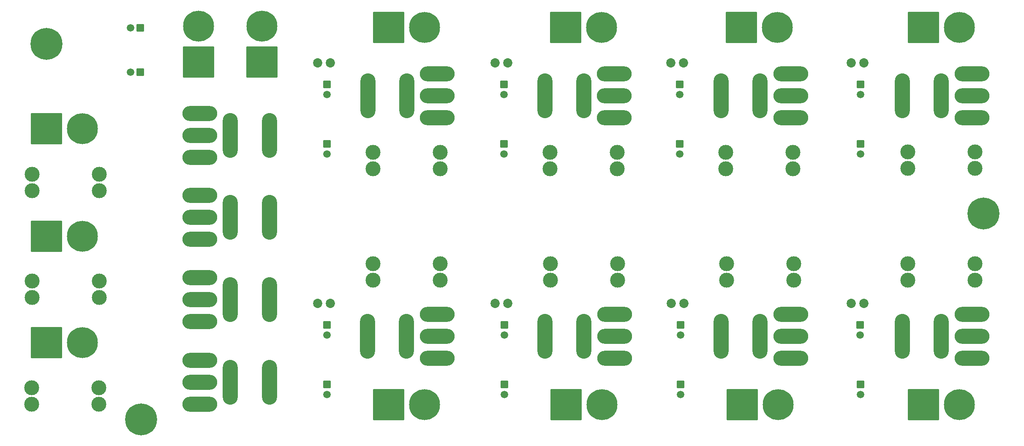
<source format=gbr>
%TF.GenerationSoftware,KiCad,Pcbnew,9.0.1*%
%TF.CreationDate,2025-06-06T18:14:51+02:00*%
%TF.ProjectId,01_Energex8PCB_v1.0,30315f45-6e65-4726-9765-78385043425f,v1.0*%
%TF.SameCoordinates,Original*%
%TF.FileFunction,Soldermask,Bot*%
%TF.FilePolarity,Negative*%
%FSLAX46Y46*%
G04 Gerber Fmt 4.6, Leading zero omitted, Abs format (unit mm)*
G04 Created by KiCad (PCBNEW 9.0.1) date 2025-06-06 18:14:51*
%MOMM*%
%LPD*%
G01*
G04 APERTURE LIST*
G04 Aperture macros list*
%AMRoundRect*
0 Rectangle with rounded corners*
0 $1 Rounding radius*
0 $2 $3 $4 $5 $6 $7 $8 $9 X,Y pos of 4 corners*
0 Add a 4 corners polygon primitive as box body*
4,1,4,$2,$3,$4,$5,$6,$7,$8,$9,$2,$3,0*
0 Add four circle primitives for the rounded corners*
1,1,$1+$1,$2,$3*
1,1,$1+$1,$4,$5*
1,1,$1+$1,$6,$7*
1,1,$1+$1,$8,$9*
0 Add four rect primitives between the rounded corners*
20,1,$1+$1,$2,$3,$4,$5,0*
20,1,$1+$1,$4,$5,$6,$7,0*
20,1,$1+$1,$6,$7,$8,$9,0*
20,1,$1+$1,$8,$9,$2,$3,0*%
G04 Aperture macros list end*
%ADD10RoundRect,0.102000X0.654000X-0.654000X0.654000X0.654000X-0.654000X0.654000X-0.654000X-0.654000X0*%
%ADD11C,1.512000*%
%ADD12C,3.000000*%
%ADD13C,6.204000*%
%ADD14RoundRect,0.102000X-3.000000X-3.000000X3.000000X-3.000000X3.000000X3.000000X-3.000000X3.000000X0*%
%ADD15O,7.000000X3.000000*%
%ADD16O,3.000000X9.000000*%
%ADD17RoundRect,0.102000X-0.654000X-0.654000X0.654000X-0.654000X0.654000X0.654000X-0.654000X0.654000X0*%
%ADD18C,1.854000*%
%ADD19RoundRect,0.102000X3.000000X-3.000000X3.000000X3.000000X-3.000000X3.000000X-3.000000X-3.000000X0*%
%ADD20C,0.800000*%
%ADD21C,6.400000*%
G04 APERTURE END LIST*
D10*
%TO.C,J37*%
X220768000Y-79016000D03*
D11*
X220768000Y-81016000D03*
%TD*%
D12*
%TO.C,F4*%
X123063000Y-80651000D03*
X123063000Y-83953000D03*
X136525000Y-80651000D03*
X136525000Y-83953000D03*
%TD*%
D13*
%TO.C,J28*%
X204260000Y-131324000D03*
D14*
X197060000Y-131324000D03*
%TD*%
D15*
%TO.C,U3*%
X88378000Y-89332000D03*
X88388000Y-98132000D03*
D16*
X102288000Y-93732000D03*
D15*
X88388000Y-93732000D03*
D16*
X94488000Y-93732000D03*
%TD*%
D13*
%TO.C,J25*%
X168954000Y-131324000D03*
D14*
X161754000Y-131324000D03*
%TD*%
D13*
%TO.C,J31*%
X240582000Y-131324000D03*
D14*
X233382000Y-131324000D03*
%TD*%
D17*
%TO.C,J5*%
X76438000Y-55674000D03*
D11*
X74438000Y-55674000D03*
%TD*%
D18*
%TO.C,J23*%
X150114000Y-111004000D03*
X147574000Y-111004000D03*
%TD*%
D10*
%TO.C,J38*%
X220768000Y-127276000D03*
D11*
X220768000Y-129276000D03*
%TD*%
D12*
%TO.C,F6*%
X193802000Y-80651000D03*
X193802000Y-83953000D03*
X207264000Y-80651000D03*
X207264000Y-83953000D03*
%TD*%
D15*
%TO.C,U4*%
X88374000Y-72904000D03*
X88384000Y-81704000D03*
D16*
X102284000Y-77304000D03*
D15*
X88384000Y-77304000D03*
D16*
X94484000Y-77304000D03*
%TD*%
D13*
%TO.C,J22*%
X133394000Y-131324000D03*
D14*
X126194000Y-131324000D03*
%TD*%
D15*
%TO.C,U7*%
X206770000Y-73748000D03*
X206760000Y-64948000D03*
D16*
X192860000Y-69348000D03*
D15*
X206760000Y-69348000D03*
D16*
X200660000Y-69348000D03*
%TD*%
D10*
%TO.C,J34*%
X184573000Y-79016000D03*
D11*
X184573000Y-81016000D03*
%TD*%
D18*
%TO.C,J20*%
X114554000Y-111004000D03*
X112014000Y-111004000D03*
%TD*%
D13*
%TO.C,J7*%
X88138000Y-55334000D03*
D19*
X88138000Y-62534000D03*
%TD*%
D10*
%TO.C,J32*%
X113834000Y-79016000D03*
D11*
X113834000Y-81016000D03*
%TD*%
D10*
%TO.C,J21*%
X113834000Y-115338000D03*
D11*
X113834000Y-117338000D03*
%TD*%
D18*
%TO.C,J14*%
X182753000Y-62744000D03*
X185293000Y-62744000D03*
%TD*%
D13*
%TO.C,J10*%
X133394000Y-55632000D03*
D14*
X126194000Y-55632000D03*
%TD*%
D18*
%TO.C,J8*%
X112014000Y-62744000D03*
X114554000Y-62744000D03*
%TD*%
D13*
%TO.C,J19*%
X240582000Y-55632000D03*
D14*
X233382000Y-55632000D03*
%TD*%
D10*
%TO.C,J30*%
X220726000Y-115338000D03*
D11*
X220726000Y-117338000D03*
%TD*%
D13*
%TO.C,J3*%
X64858000Y-75952000D03*
D14*
X57658000Y-75952000D03*
%TD*%
D20*
%TO.C,H1*%
X55258000Y-58934000D03*
X55960944Y-57236944D03*
X55960944Y-60631056D03*
X57658000Y-56534000D03*
D21*
X57658000Y-58934000D03*
D20*
X57658000Y-61334000D03*
X59355056Y-57236944D03*
X59355056Y-60631056D03*
X60058000Y-58934000D03*
%TD*%
D18*
%TO.C,J29*%
X221488000Y-111004000D03*
X218948000Y-111004000D03*
%TD*%
D12*
%TO.C,F7*%
X230251000Y-80645000D03*
X230251000Y-83947000D03*
X243713000Y-80645000D03*
X243713000Y-83947000D03*
%TD*%
D10*
%TO.C,J36*%
X113834000Y-127276000D03*
D11*
X113834000Y-129276000D03*
%TD*%
D20*
%TO.C,H4*%
X74181000Y-134285056D03*
X74883944Y-132588000D03*
X74883944Y-135982112D03*
X76581000Y-131885056D03*
D21*
X76581000Y-134285056D03*
D20*
X76581000Y-136685056D03*
X78278056Y-132588000D03*
X78278056Y-135982112D03*
X78981000Y-134285056D03*
%TD*%
D12*
%TO.C,F3*%
X54737000Y-85096000D03*
X54737000Y-88398000D03*
X68199000Y-85096000D03*
X68199000Y-88398000D03*
%TD*%
D15*
%TO.C,U10*%
X171464000Y-122008000D03*
X171454000Y-113208000D03*
D16*
X157554000Y-117608000D03*
D15*
X171454000Y-117608000D03*
D16*
X165354000Y-117608000D03*
%TD*%
D13*
%TO.C,J2*%
X64814000Y-97542000D03*
D14*
X57614000Y-97542000D03*
%TD*%
D18*
%TO.C,J26*%
X185420000Y-111004000D03*
X182880000Y-111004000D03*
%TD*%
D15*
%TO.C,U9*%
X135904000Y-122008000D03*
X135894000Y-113208000D03*
D16*
X121994000Y-117608000D03*
D15*
X135894000Y-117608000D03*
D16*
X129794000Y-117608000D03*
%TD*%
D15*
%TO.C,U6*%
X171402500Y-73748000D03*
X171392500Y-64948000D03*
D16*
X157492500Y-69348000D03*
D15*
X171392500Y-69348000D03*
D16*
X165292500Y-69348000D03*
%TD*%
D12*
%TO.C,F9*%
X158623000Y-103003000D03*
X158623000Y-106305000D03*
X172085000Y-103003000D03*
X172085000Y-106305000D03*
%TD*%
D10*
%TO.C,J39*%
X184700000Y-127276000D03*
D11*
X184700000Y-129276000D03*
%TD*%
D15*
%TO.C,U1*%
X88374000Y-122434000D03*
X88384000Y-131234000D03*
D16*
X102284000Y-126834000D03*
D15*
X88384000Y-126834000D03*
D16*
X94484000Y-126834000D03*
%TD*%
D20*
%TO.C,H3*%
X243044944Y-92970000D03*
X243747888Y-91272944D03*
X243747888Y-94667056D03*
X245444944Y-90570000D03*
D21*
X245444944Y-92970000D03*
D20*
X245444944Y-95370000D03*
X247142000Y-91272944D03*
X247142000Y-94667056D03*
X247844944Y-92970000D03*
%TD*%
D15*
%TO.C,U2*%
X88374000Y-105842000D03*
X88384000Y-114642000D03*
D16*
X102284000Y-110242000D03*
D15*
X88384000Y-110242000D03*
D16*
X94484000Y-110242000D03*
%TD*%
D15*
%TO.C,U11*%
X206770000Y-122008000D03*
X206760000Y-113208000D03*
D16*
X192860000Y-117608000D03*
D15*
X206760000Y-117608000D03*
D16*
X200660000Y-117608000D03*
%TD*%
D12*
%TO.C,F1*%
X54693000Y-127939200D03*
X54693000Y-131241200D03*
X68155000Y-127939200D03*
X68155000Y-131241200D03*
%TD*%
D10*
%TO.C,J27*%
X184700000Y-115338000D03*
D11*
X184700000Y-117338000D03*
%TD*%
D10*
%TO.C,J15*%
X184573000Y-67078000D03*
D11*
X184573000Y-69078000D03*
%TD*%
D12*
%TO.C,F10*%
X193929000Y-103003000D03*
X193929000Y-106305000D03*
X207391000Y-103003000D03*
X207391000Y-106305000D03*
%TD*%
D13*
%TO.C,J13*%
X168892500Y-55632000D03*
D14*
X161692500Y-55632000D03*
%TD*%
D12*
%TO.C,F5*%
X158561500Y-80651000D03*
X158561500Y-83953000D03*
X172023500Y-80651000D03*
X172023500Y-83953000D03*
%TD*%
D17*
%TO.C,J4*%
X76438000Y-64564000D03*
D11*
X74438000Y-64564000D03*
%TD*%
D10*
%TO.C,J18*%
X220768000Y-67062000D03*
D11*
X220768000Y-69062000D03*
%TD*%
D13*
%TO.C,J16*%
X204133000Y-55632000D03*
D14*
X196933000Y-55632000D03*
%TD*%
D12*
%TO.C,F11*%
X230251000Y-103003000D03*
X230251000Y-106305000D03*
X243713000Y-103003000D03*
X243713000Y-106305000D03*
%TD*%
D13*
%TO.C,J6*%
X100838000Y-55334000D03*
D19*
X100838000Y-62534000D03*
%TD*%
D10*
%TO.C,J33*%
X149332500Y-79000000D03*
D11*
X149332500Y-81000000D03*
%TD*%
D18*
%TO.C,J11*%
X147512500Y-62744000D03*
X150052500Y-62744000D03*
%TD*%
%TO.C,J17*%
X218948000Y-62744000D03*
X221488000Y-62744000D03*
%TD*%
D10*
%TO.C,J24*%
X149394000Y-115338000D03*
D11*
X149394000Y-117338000D03*
%TD*%
D15*
%TO.C,U8*%
X243092000Y-73748000D03*
X243082000Y-64948000D03*
D16*
X229182000Y-69348000D03*
D15*
X243082000Y-69348000D03*
D16*
X236982000Y-69348000D03*
%TD*%
D10*
%TO.C,J35*%
X149394000Y-127276000D03*
D11*
X149394000Y-129276000D03*
%TD*%
D15*
%TO.C,U12*%
X243092000Y-122008000D03*
X243082000Y-113208000D03*
D16*
X229182000Y-117608000D03*
D15*
X243082000Y-117608000D03*
D16*
X236982000Y-117608000D03*
%TD*%
D12*
%TO.C,F8*%
X123063000Y-103003000D03*
X123063000Y-106305000D03*
X136525000Y-103003000D03*
X136525000Y-106305000D03*
%TD*%
D15*
%TO.C,U5*%
X135948000Y-73748000D03*
X135938000Y-64948000D03*
D16*
X122038000Y-69348000D03*
D15*
X135938000Y-69348000D03*
D16*
X129838000Y-69348000D03*
%TD*%
D13*
%TO.C,J1*%
X64814000Y-118878000D03*
D14*
X57614000Y-118878000D03*
%TD*%
D12*
%TO.C,F2*%
X54737000Y-106476200D03*
X54737000Y-109778200D03*
X68199000Y-106476200D03*
X68199000Y-109778200D03*
%TD*%
D10*
%TO.C,J9*%
X113834000Y-67078000D03*
D11*
X113834000Y-69078000D03*
%TD*%
D10*
%TO.C,J12*%
X149332500Y-67078000D03*
D11*
X149332500Y-69078000D03*
%TD*%
M02*

</source>
